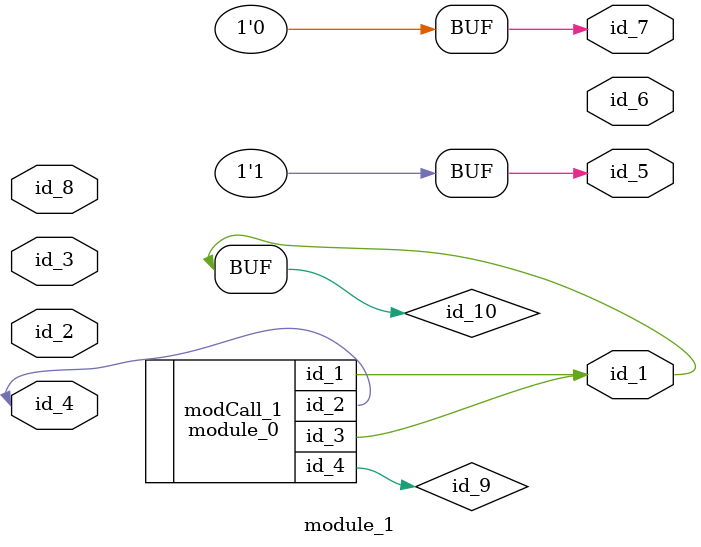
<source format=v>
module module_0 (
    id_1,
    id_2,
    id_3,
    id_4
);
  output wire id_4;
  inout wire id_3;
  inout wire id_2;
  output wire id_1;
  wire id_5;
endmodule
module module_1 (
    id_1,
    id_2,
    id_3,
    id_4,
    id_5,
    id_6,
    id_7,
    id_8
);
  input wire id_8;
  output wire id_7;
  output wire id_6;
  output wire id_5;
  inout wire id_4;
  input wire id_3;
  input wire id_2;
  output wire id_1;
  generate
    wire id_9, id_10, id_11;
  endgenerate
  initial id_7 <= "";
  assign id_5 = -1;
  module_0 modCall_1 (
      id_1,
      id_4,
      id_10,
      id_9
  );
  wire id_12;
  assign id_1 = id_10;
endmodule

</source>
